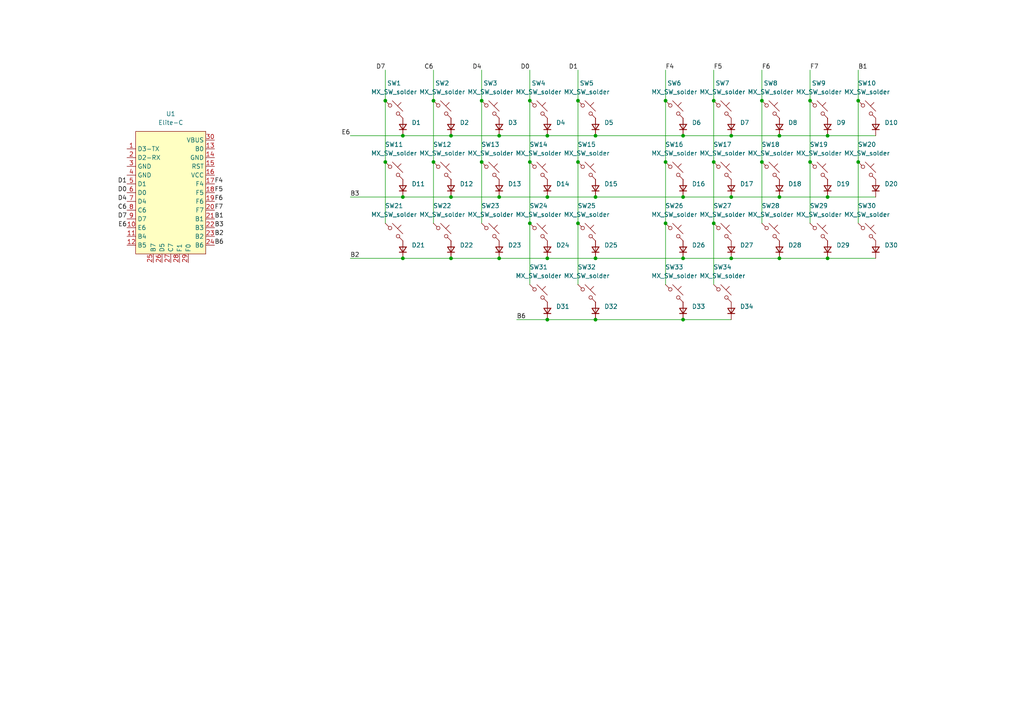
<source format=kicad_sch>
(kicad_sch (version 20231120) (generator "eeschema") (generator_version "8.0")
  (paper "A4")
  (lib_symbols
    (symbol "Device:D_Small" (pin_numbers hide) (pin_names (offset 0.254) hide)
      (property "Reference" "D" (at -1.27 2.032 0))
      (property "Value" "D_Small" (at -3.81 -2.032 0))
      (symbol "D_Small_0_1"
        (polyline (pts (xy -0.762 -1.016) (xy -0.762 1.016)) (stroke (width 0.254)))
        (polyline (pts (xy -0.762 0) (xy 0.762 0)))
        (polyline (pts (xy 0.762 -1.016) (xy -0.762 0) (xy 0.762 1.016) (xy 0.762 -1.016)) (stroke (width 0.254)))
      )
      (symbol "D_Small_1_1"
        (pin passive line (at -2.54 0 0) (length 1.778) (name "K") (number "1"))
        (pin passive line (at 2.54 0 180) (length 1.778) (name "A") (number "2"))
      )
    )
    (symbol "PCM_marbastlib-mx:MX_SW_solder" (pin_numbers hide) (pin_names (offset 1.016) hide)
      (property "Reference" "MX" (at 3.048 1.016 0))
      (property "Value" "MX_SW_solder" (at 0 -3.81 0))
      (symbol "MX_SW_solder_0_1"
        (circle (center -1.1684 1.1684) (radius 0.508))
        (polyline (pts (xy -0.508 2.54) (xy 2.54 -0.508)))
        (polyline (pts (xy 1.016 1.016) (xy 2.032 2.032)))
        (polyline (pts (xy -2.54 2.54) (xy -1.524 1.524) (xy -1.524 1.524)))
        (polyline (pts (xy 1.524 -1.524) (xy 2.54 -2.54) (xy 2.54 -2.54) (xy 2.54 -2.54)))
        (circle (center 1.143 -1.1938) (radius 0.508))
        (pin passive line (at -2.54 2.54 0) (length 0) (name "1") (number "1"))
        (pin passive line (at 2.54 -2.54 180) (length 0) (name "2") (number "2"))
      )
    )
    (symbol "PCM_marbastlib-promicroish:Elite-C" (in_bom no)
      (property "Reference" "U" (at 0 22.86 0))
      (property "Value" "Elite-C" (at 0 20.32 0))
      (symbol "Elite-C_0_0"
        (pin bidirectional line (at -12.7 13.97 0) (length 2.54) (name "D3-TX") (number "1"))
        (pin bidirectional line (at -12.7 -8.89 0) (length 2.54) (name "E6") (number "10"))
        (pin bidirectional line (at -12.7 -11.43 0) (length 2.54) (name "B4") (number "11"))
        (pin bidirectional line (at -12.7 -13.97 0) (length 2.54) (name "B5") (number "12"))
        (pin power_out line (at 12.7 11.43 180) (length 2.54) (name "GND") (number "14"))
        (pin bidirectional line (at 12.7 8.89 180) (length 2.54) (name "RST") (number "15"))
        (pin bidirectional line (at 12.7 3.81 180) (length 2.54) (name "F4") (number "17"))
        (pin bidirectional line (at 12.7 1.27 180) (length 2.54) (name "F5") (number "18"))
        (pin bidirectional line (at 12.7 -1.27 180) (length 2.54) (name "F6") (number "19"))
        (pin bidirectional line (at -12.7 11.43 0) (length 2.54) (name "D2-RX") (number "2"))
        (pin bidirectional line (at 12.7 -3.81 180) (length 2.54) (name "F7") (number "20"))
        (pin bidirectional line (at 12.7 -6.35 180) (length 2.54) (name "B1") (number "21"))
        (pin bidirectional line (at 12.7 -8.89 180) (length 2.54) (name "B3") (number "22"))
        (pin bidirectional line (at 12.7 -11.43 180) (length 2.54) (name "B2") (number "23"))
        (pin bidirectional line (at 12.7 -13.97 180) (length 2.54) (name "B6") (number "24"))
        (pin power_out line (at -12.7 8.89 0) (length 2.54) (name "GND") (number "3"))
        (pin power_out line (at -12.7 6.35 0) (length 2.54) (name "GND") (number "4"))
        (pin bidirectional line (at -12.7 3.81 0) (length 2.54) (name "D1") (number "5"))
        (pin bidirectional line (at -12.7 1.27 0) (length 2.54) (name "D0") (number "6"))
        (pin bidirectional line (at -12.7 -1.27 0) (length 2.54) (name "D4") (number "7"))
        (pin bidirectional line (at -12.7 -3.81 0) (length 2.54) (name "C6") (number "8"))
        (pin bidirectional line (at -12.7 -6.35 0) (length 2.54) (name "D7") (number "9"))
      )
      (symbol "Elite-C_1_0"
        (pin bidirectional line (at 12.7 13.97 180) (length 2.54) (name "B0") (number "13"))
        (pin power_out line (at 12.7 6.35 180) (length 2.54) (name "VCC") (number "16"))
        (pin bidirectional line (at -5.08 -19.05 90) (length 2.54) (name "B7") (number "25"))
        (pin bidirectional line (at -2.54 -19.05 90) (length 2.54) (name "D5") (number "26"))
        (pin bidirectional line (at 0 -19.05 90) (length 2.54) (name "C7") (number "27"))
        (pin bidirectional line (at 2.54 -19.05 90) (length 2.54) (name "F1") (number "28"))
        (pin bidirectional line (at 5.08 -19.05 90) (length 2.54) (name "F0") (number "29"))
        (pin power_in line (at 12.7 16.51 180) (length 2.54) (name "VBUS") (number "30"))
      )
      (symbol "Elite-C_1_1"
        (rectangle (start -10.16 19.05) (end 10.16 -16.51) (fill (type background)))
      )
    )
  )
  (junction (at 116.84 57.15))
  (junction (at 172.72 57.15))
  (junction (at 130.81 74.93))
  (junction (at 172.72 92.71))
  (junction (at 226.06 74.93))
  (junction (at 167.64 64.77))
  (junction (at 220.98 29.21))
  (junction (at 153.67 46.99))
  (junction (at 207.01 29.21))
  (junction (at 226.06 57.15))
  (junction (at 212.09 39.37))
  (junction (at 158.75 74.93))
  (junction (at 212.09 57.15))
  (junction (at 144.78 74.93))
  (junction (at 240.03 57.15))
  (junction (at 158.75 92.71))
  (junction (at 111.76 29.21))
  (junction (at 234.95 46.99))
  (junction (at 193.04 29.21))
  (junction (at 198.12 92.71))
  (junction (at 125.73 29.21))
  (junction (at 220.98 46.99))
  (junction (at 172.72 39.37))
  (junction (at 111.76 46.99))
  (junction (at 125.73 46.99))
  (junction (at 193.04 46.99))
  (junction (at 153.67 29.21))
  (junction (at 240.03 39.37))
  (junction (at 144.78 39.37))
  (junction (at 167.64 29.21))
  (junction (at 212.09 74.93))
  (junction (at 158.75 39.37))
  (junction (at 193.04 64.77))
  (junction (at 167.64 46.99))
  (junction (at 198.12 57.15))
  (junction (at 172.72 74.93))
  (junction (at 226.06 39.37))
  (junction (at 248.92 29.21))
  (junction (at 198.12 74.93))
  (junction (at 139.7 46.99))
  (junction (at 207.01 46.99))
  (junction (at 234.95 29.21))
  (junction (at 116.84 74.93))
  (junction (at 139.7 29.21))
  (junction (at 158.75 57.15))
  (junction (at 144.78 57.15))
  (junction (at 153.67 64.77))
  (junction (at 116.84 39.37))
  (junction (at 130.81 57.15))
  (junction (at 130.81 39.37))
  (junction (at 198.12 39.37))
  (junction (at 248.92 46.99))
  (junction (at 240.03 74.93))
  (junction (at 207.01 64.77))
  (wire (pts (xy 220.98 29.21) (xy 220.98 46.99)))
  (wire (pts (xy 207.01 46.99) (xy 207.01 64.77)))
  (wire (pts (xy 193.04 20.32) (xy 193.04 29.21)))
  (wire (pts (xy 167.64 64.77) (xy 167.64 82.55)))
  (wire (pts (xy 139.7 29.21) (xy 139.7 46.99)))
  (wire (pts (xy 153.67 64.77) (xy 153.67 82.55)))
  (wire (pts (xy 167.64 29.21) (xy 167.64 46.99)))
  (wire (pts (xy 226.06 57.15) (xy 240.03 57.15)))
  (wire (pts (xy 158.75 39.37) (xy 172.72 39.37)))
  (wire (pts (xy 240.03 74.93) (xy 254 74.93)))
  (wire (pts (xy 153.67 29.21) (xy 153.67 46.99)))
  (wire (pts (xy 207.01 20.32) (xy 207.01 29.21)))
  (wire (pts (xy 172.72 74.93) (xy 198.12 74.93)))
  (wire (pts (xy 149.86 92.71) (xy 158.75 92.71)))
  (wire (pts (xy 234.95 20.32) (xy 234.95 29.21)))
  (wire (pts (xy 240.03 39.37) (xy 254 39.37)))
  (wire (pts (xy 172.72 57.15) (xy 198.12 57.15)))
  (wire (pts (xy 172.72 39.37) (xy 198.12 39.37)))
  (wire (pts (xy 212.09 74.93) (xy 226.06 74.93)))
  (wire (pts (xy 139.7 20.32) (xy 139.7 29.21)))
  (wire (pts (xy 193.04 46.99) (xy 193.04 64.77)))
  (wire (pts (xy 240.03 57.15) (xy 254 57.15)))
  (wire (pts (xy 198.12 74.93) (xy 212.09 74.93)))
  (wire (pts (xy 158.75 57.15) (xy 172.72 57.15)))
  (wire (pts (xy 125.73 20.32) (xy 125.73 29.21)))
  (wire (pts (xy 139.7 46.99) (xy 139.7 64.77)))
  (wire (pts (xy 116.84 39.37) (xy 130.81 39.37)))
  (wire (pts (xy 220.98 46.99) (xy 220.98 64.77)))
  (wire (pts (xy 167.64 20.32) (xy 167.64 29.21)))
  (wire (pts (xy 144.78 57.15) (xy 158.75 57.15)))
  (wire (pts (xy 144.78 74.93) (xy 158.75 74.93)))
  (wire (pts (xy 207.01 29.21) (xy 207.01 46.99)))
  (wire (pts (xy 167.64 46.99) (xy 167.64 64.77)))
  (wire (pts (xy 193.04 29.21) (xy 193.04 46.99)))
  (wire (pts (xy 144.78 39.37) (xy 158.75 39.37)))
  (wire (pts (xy 212.09 39.37) (xy 226.06 39.37)))
  (wire (pts (xy 158.75 92.71) (xy 172.72 92.71)))
  (wire (pts (xy 116.84 57.15) (xy 130.81 57.15)))
  (wire (pts (xy 248.92 20.32) (xy 248.92 29.21)))
  (wire (pts (xy 125.73 29.21) (xy 125.73 46.99)))
  (wire (pts (xy 198.12 39.37) (xy 212.09 39.37)))
  (wire (pts (xy 226.06 74.93) (xy 240.03 74.93)))
  (wire (pts (xy 234.95 29.21) (xy 234.95 46.99)))
  (wire (pts (xy 101.6 57.15) (xy 116.84 57.15)))
  (wire (pts (xy 172.72 92.71) (xy 198.12 92.71)))
  (wire (pts (xy 130.81 39.37) (xy 144.78 39.37)))
  (wire (pts (xy 193.04 64.77) (xy 193.04 82.55)))
  (wire (pts (xy 111.76 20.32) (xy 111.76 29.21)))
  (wire (pts (xy 111.76 29.21) (xy 111.76 46.99)))
  (wire (pts (xy 226.06 39.37) (xy 240.03 39.37)))
  (wire (pts (xy 212.09 57.15) (xy 226.06 57.15)))
  (wire (pts (xy 101.6 39.37) (xy 116.84 39.37)))
  (wire (pts (xy 125.73 46.99) (xy 125.73 64.77)))
  (wire (pts (xy 198.12 57.15) (xy 212.09 57.15)))
  (wire (pts (xy 234.95 46.99) (xy 234.95 64.77)))
  (wire (pts (xy 207.01 64.77) (xy 207.01 82.55)))
  (wire (pts (xy 153.67 46.99) (xy 153.67 64.77)))
  (wire (pts (xy 198.12 92.71) (xy 212.09 92.71)))
  (wire (pts (xy 220.98 20.32) (xy 220.98 29.21)))
  (wire (pts (xy 101.6 74.93) (xy 116.84 74.93)))
  (wire (pts (xy 130.81 57.15) (xy 144.78 57.15)))
  (wire (pts (xy 116.84 74.93) (xy 130.81 74.93)))
  (wire (pts (xy 248.92 29.21) (xy 248.92 46.99)))
  (wire (pts (xy 130.81 74.93) (xy 144.78 74.93)))
  (wire (pts (xy 111.76 46.99) (xy 111.76 64.77)))
  (wire (pts (xy 248.92 46.99) (xy 248.92 64.77)))
  (wire (pts (xy 153.67 20.32) (xy 153.67 29.21)))
  (wire (pts (xy 158.75 74.93) (xy 172.72 74.93)))
  (label "F6" (at 62.23 58.42 0))
  (label "B2" (at 101.6 74.93 0))
  (label "D7" (at 36.83 63.5 180))
  (label "C6" (at 125.73 20.32 180))
  (label "F5" (at 62.23 55.88 0))
  (label "D0" (at 153.67 20.32 180))
  (label "B2" (at 62.23 68.58 0))
  (label "F6" (at 220.98 20.32 0))
  (label "D4" (at 36.83 58.42 180))
  (label "B3" (at 62.23 66.04 0))
  (label "D0" (at 36.83 55.88 180))
  (label "D1" (at 36.83 53.34 180))
  (label "E6" (at 101.6 39.37 180))
  (label "B6" (at 62.23 71.12 0))
  (label "B1" (at 62.23 63.5 0))
  (label "D4" (at 139.7 20.32 180))
  (label "F4" (at 193.04 20.32 0))
  (label "B3" (at 101.6 57.15 0))
  (label "F5" (at 207.01 20.32 0))
  (label "F7" (at 62.23 60.96 0))
  (label "B6" (at 149.86 92.71 0))
  (label "F7" (at 234.95 20.32 0))
  (label "E6" (at 36.83 66.04 180))
  (label "C6" (at 36.83 60.96 180))
  (label "D7" (at 111.76 20.32 180))
  (label "B1" (at 248.92 20.32 0))
  (label "D1" (at 167.64 20.32 180))
  (label "F4" (at 62.23 53.34 0))
  (symbol (lib_id "PCM_marbastlib-mx:MX_SW_solder") (at 142.24 67.31 0) (unit 1)
    (property "Reference" "SW23" (at 142.24 59.69 0))
    (property "Value" "MX_SW_solder" (at 142.24 62.23 0))
    (property "Footprint" "PCM_marbastlib-mx:SW_MX_1u" (effects (hide yes)))
    (property "Description" "Push button switch, normally open, two pins, 45° tilted" (effects (hide yes)))
  )
  (symbol (lib_id "PCM_marbastlib-mx:MX_SW_solder") (at 170.18 85.09 0) (unit 1)
    (property "Reference" "SW32" (at 170.18 77.47 0))
    (property "Value" "MX_SW_solder" (at 170.18 80.01 0))
    (property "Footprint" "PCM_marbastlib-mx:SW_MX_1u" (effects (hide yes)))
    (property "Description" "Push button switch, normally open, two pins, 45° tilted" (effects (hide yes)))
  )
  (symbol (lib_id "PCM_marbastlib-mx:MX_SW_solder") (at 237.49 67.31 0) (unit 1)
    (property "Reference" "SW29" (at 237.49 59.69 0))
    (property "Value" "MX_SW_solder" (at 237.49 62.23 0))
    (property "Footprint" "PCM_marbastlib-mx:SW_MX_1u" (effects (hide yes)))
    (property "Description" "Push button switch, normally open, two pins, 45° tilted" (effects (hide yes)))
  )
  (symbol (lib_id "PCM_marbastlib-mx:MX_SW_solder") (at 170.18 67.31 0) (unit 1)
    (property "Reference" "SW25" (at 170.18 59.69 0))
    (property "Value" "MX_SW_solder" (at 170.18 62.23 0))
    (property "Footprint" "PCM_marbastlib-mx:SW_MX_1u" (effects (hide yes)))
    (property "Description" "Push button switch, normally open, two pins, 45° tilted" (effects (hide yes)))
  )
  (symbol (lib_id "Device:D_Small") (at 212.09 54.61 90) (unit 1)
    (property "Reference" "D17" (at 214.63 53.3399 90) (effects (justify right)))
    (property "Value" "D_Small" (effects (hide yes)))
    (property "Footprint" "Diode_SMD:D_SOD-123" (effects (hide yes)))
    (property "Description" "Diode, small symbol" (effects (hide yes)))
    (property "Sim.Device" "D" (effects (hide yes)))
    (property "Sim.Pins" "1=K 2=A" (effects (hide yes)))
  )
  (symbol (lib_id "Device:D_Small") (at 144.78 36.83 90) (unit 1)
    (property "Reference" "D3" (at 147.32 35.5599 90) (effects (justify right)))
    (property "Value" "D_Small" (effects (hide yes)))
    (property "Footprint" "Diode_SMD:D_SOD-123" (effects (hide yes)))
    (property "Description" "Diode, small symbol" (effects (hide yes)))
    (property "Sim.Device" "D" (effects (hide yes)))
    (property "Sim.Pins" "1=K 2=A" (effects (hide yes)))
  )
  (symbol (lib_id "PCM_marbastlib-mx:MX_SW_solder") (at 251.46 49.53 0) (unit 1)
    (property "Reference" "SW20" (at 251.46 41.91 0))
    (property "Value" "MX_SW_solder" (at 251.46 44.45 0))
    (property "Footprint" "PCM_marbastlib-mx:SW_MX_1u" (effects (hide yes)))
    (property "Description" "Push button switch, normally open, two pins, 45° tilted" (effects (hide yes)))
  )
  (symbol (lib_id "PCM_marbastlib-mx:MX_SW_solder") (at 195.58 85.09 0) (unit 1)
    (property "Reference" "SW33" (at 195.58 77.47 0))
    (property "Value" "MX_SW_solder" (at 195.58 80.01 0))
    (property "Footprint" "PCM_marbastlib-mx:SW_MX_1u" (effects (hide yes)))
    (property "Description" "Push button switch, normally open, two pins, 45° tilted" (effects (hide yes)))
  )
  (symbol (lib_id "PCM_marbastlib-mx:MX_SW_solder") (at 170.18 31.75 0) (unit 1)
    (property "Reference" "SW5" (at 170.18 24.13 0))
    (property "Value" "MX_SW_solder" (at 170.18 26.67 0))
    (property "Footprint" "PCM_marbastlib-mx:SW_MX_1u" (effects (hide yes)))
    (property "Description" "Push button switch, normally open, two pins, 45° tilted" (effects (hide yes)))
  )
  (symbol (lib_id "Device:D_Small") (at 212.09 36.83 90) (unit 1)
    (property "Reference" "D7" (at 214.63 35.5599 90) (effects (justify right)))
    (property "Value" "D_Small" (effects (hide yes)))
    (property "Footprint" "Diode_SMD:D_SOD-123" (effects (hide yes)))
    (property "Description" "Diode, small symbol" (effects (hide yes)))
    (property "Sim.Device" "D" (effects (hide yes)))
    (property "Sim.Pins" "1=K 2=A" (effects (hide yes)))
  )
  (symbol (lib_id "PCM_marbastlib-mx:MX_SW_solder") (at 156.21 31.75 0) (unit 1)
    (property "Reference" "SW4" (at 156.21 24.13 0))
    (property "Value" "MX_SW_solder" (at 156.21 26.67 0))
    (property "Footprint" "PCM_marbastlib-mx:SW_MX_1u" (effects (hide yes)))
    (property "Description" "Push button switch, normally open, two pins, 45° tilted" (effects (hide yes)))
  )
  (symbol (lib_id "Device:D_Small") (at 198.12 72.39 90) (unit 1)
    (property "Reference" "D26" (at 200.66 71.1199 90) (effects (justify right)))
    (property "Value" "D_Small" (effects (hide yes)))
    (property "Footprint" "Diode_SMD:D_SOD-123" (effects (hide yes)))
    (property "Description" "Diode, small symbol" (effects (hide yes)))
    (property "Sim.Device" "D" (effects (hide yes)))
    (property "Sim.Pins" "1=K 2=A" (effects (hide yes)))
  )
  (symbol (lib_id "PCM_marbastlib-mx:MX_SW_solder") (at 128.27 31.75 0) (unit 1)
    (property "Reference" "SW2" (at 128.27 24.13 0))
    (property "Value" "MX_SW_solder" (at 128.27 26.67 0))
    (property "Footprint" "PCM_marbastlib-mx:SW_MX_1u" (effects (hide yes)))
    (property "Description" "Push button switch, normally open, two pins, 45° tilted" (effects (hide yes)))
  )
  (symbol (lib_id "Device:D_Small") (at 116.84 72.39 90) (unit 1)
    (property "Reference" "D21" (at 119.38 71.1199 90) (effects (justify right)))
    (property "Value" "D_Small" (effects (hide yes)))
    (property "Footprint" "Diode_SMD:D_SOD-123" (effects (hide yes)))
    (property "Description" "Diode, small symbol" (effects (hide yes)))
    (property "Sim.Device" "D" (effects (hide yes)))
    (property "Sim.Pins" "1=K 2=A" (effects (hide yes)))
  )
  (symbol (lib_id "Device:D_Small") (at 130.81 72.39 90) (unit 1)
    (property "Reference" "D22" (at 133.35 71.1199 90) (effects (justify right)))
    (property "Value" "D_Small" (effects (hide yes)))
    (property "Footprint" "Diode_SMD:D_SOD-123" (effects (hide yes)))
    (property "Description" "Diode, small symbol" (effects (hide yes)))
    (property "Sim.Device" "D" (effects (hide yes)))
    (property "Sim.Pins" "1=K 2=A" (effects (hide yes)))
  )
  (symbol (lib_id "Device:D_Small") (at 198.12 54.61 90) (unit 1)
    (property "Reference" "D16" (at 200.66 53.3399 90) (effects (justify right)))
    (property "Value" "D_Small" (effects (hide yes)))
    (property "Footprint" "Diode_SMD:D_SOD-123" (effects (hide yes)))
    (property "Description" "Diode, small symbol" (effects (hide yes)))
    (property "Sim.Device" "D" (effects (hide yes)))
    (property "Sim.Pins" "1=K 2=A" (effects (hide yes)))
  )
  (symbol (lib_id "PCM_marbastlib-mx:MX_SW_solder") (at 142.24 31.75 0) (unit 1)
    (property "Reference" "SW3" (at 142.24 24.13 0))
    (property "Value" "MX_SW_solder" (at 142.24 26.67 0))
    (property "Footprint" "PCM_marbastlib-mx:SW_MX_1u" (effects (hide yes)))
    (property "Description" "Push button switch, normally open, two pins, 45° tilted" (effects (hide yes)))
  )
  (symbol (lib_id "Device:D_Small") (at 144.78 72.39 90) (unit 1)
    (property "Reference" "D23" (at 147.32 71.1199 90) (effects (justify right)))
    (property "Value" "D_Small" (effects (hide yes)))
    (property "Footprint" "Diode_SMD:D_SOD-123" (effects (hide yes)))
    (property "Description" "Diode, small symbol" (effects (hide yes)))
    (property "Sim.Device" "D" (effects (hide yes)))
    (property "Sim.Pins" "1=K 2=A" (effects (hide yes)))
  )
  (symbol (lib_id "Device:D_Small") (at 158.75 54.61 90) (unit 1)
    (property "Reference" "D14" (at 161.29 53.3399 90) (effects (justify right)))
    (property "Value" "D_Small" (effects (hide yes)))
    (property "Footprint" "Diode_SMD:D_SOD-123" (effects (hide yes)))
    (property "Description" "Diode, small symbol" (effects (hide yes)))
    (property "Sim.Device" "D" (effects (hide yes)))
    (property "Sim.Pins" "1=K 2=A" (effects (hide yes)))
  )
  (symbol (lib_id "Device:D_Small") (at 212.09 72.39 90) (unit 1)
    (property "Reference" "D27" (at 214.63 71.1199 90) (effects (justify right)))
    (property "Value" "D_Small" (effects (hide yes)))
    (property "Footprint" "Diode_SMD:D_SOD-123" (effects (hide yes)))
    (property "Description" "Diode, small symbol" (effects (hide yes)))
    (property "Sim.Device" "D" (effects (hide yes)))
    (property "Sim.Pins" "1=K 2=A" (effects (hide yes)))
  )
  (symbol (lib_id "Device:D_Small") (at 198.12 90.17 90) (unit 1)
    (property "Reference" "D33" (at 200.66 88.8999 90) (effects (justify right)))
    (property "Value" "D_Small" (effects (hide yes)))
    (property "Footprint" "Diode_SMD:D_SOD-123" (effects (hide yes)))
    (property "Description" "Diode, small symbol" (effects (hide yes)))
    (property "Sim.Device" "D" (effects (hide yes)))
    (property "Sim.Pins" "1=K 2=A" (effects (hide yes)))
  )
  (symbol (lib_id "PCM_marbastlib-mx:MX_SW_solder") (at 195.58 31.75 0) (unit 1)
    (property "Reference" "SW6" (at 195.58 24.13 0))
    (property "Value" "MX_SW_solder" (at 195.58 26.67 0))
    (property "Footprint" "PCM_marbastlib-mx:SW_MX_1u" (effects (hide yes)))
    (property "Description" "Push button switch, normally open, two pins, 45° tilted" (effects (hide yes)))
  )
  (symbol (lib_id "PCM_marbastlib-mx:MX_SW_solder") (at 128.27 49.53 0) (unit 1)
    (property "Reference" "SW12" (at 128.27 41.91 0))
    (property "Value" "MX_SW_solder" (at 128.27 44.45 0))
    (property "Footprint" "PCM_marbastlib-mx:SW_MX_1u" (effects (hide yes)))
    (property "Description" "Push button switch, normally open, two pins, 45° tilted" (effects (hide yes)))
  )
  (symbol (lib_id "Device:D_Small") (at 158.75 72.39 90) (unit 1)
    (property "Reference" "D24" (at 161.29 71.1199 90) (effects (justify right)))
    (property "Value" "D_Small" (effects (hide yes)))
    (property "Footprint" "Diode_SMD:D_SOD-123" (effects (hide yes)))
    (property "Description" "Diode, small symbol" (effects (hide yes)))
    (property "Sim.Device" "D" (effects (hide yes)))
    (property "Sim.Pins" "1=K 2=A" (effects (hide yes)))
  )
  (symbol (lib_id "Device:D_Small") (at 254 36.83 90) (unit 1)
    (property "Reference" "D10" (at 256.54 35.5599 90) (effects (justify right)))
    (property "Value" "D_Small" (effects (hide yes)))
    (property "Footprint" "Diode_SMD:D_SOD-123" (effects (hide yes)))
    (property "Description" "Diode, small symbol" (effects (hide yes)))
    (property "Sim.Device" "D" (effects (hide yes)))
    (property "Sim.Pins" "1=K 2=A" (effects (hide yes)))
  )
  (symbol (lib_id "PCM_marbastlib-mx:MX_SW_solder") (at 156.21 49.53 0) (unit 1)
    (property "Reference" "SW14" (at 156.21 41.91 0))
    (property "Value" "MX_SW_solder" (at 156.21 44.45 0))
    (property "Footprint" "PCM_marbastlib-mx:SW_MX_1u" (effects (hide yes)))
    (property "Description" "Push button switch, normally open, two pins, 45° tilted" (effects (hide yes)))
  )
  (symbol (lib_id "PCM_marbastlib-promicroish:Elite-C") (at 49.53 57.15 0) (unit 1) (in_bom no)
    (property "Reference" "U1" (at 49.53 33.02 0))
    (property "Value" "Elite-C" (at 49.53 35.56 0))
    (property "Footprint" "PCM_marbastlib-xp-promicroish:Elite-C_ACH" (effects (hide yes)))
    (property "Description" "Symbol for an Elite-C" (effects (hide yes)))
  )
  (symbol (lib_id "PCM_marbastlib-mx:MX_SW_solder") (at 114.3 67.31 0) (unit 1)
    (property "Reference" "SW21" (at 114.3 59.69 0))
    (property "Value" "MX_SW_solder" (at 114.3 62.23 0))
    (property "Footprint" "PCM_marbastlib-mx:SW_MX_1u" (effects (hide yes)))
    (property "Description" "Push button switch, normally open, two pins, 45° tilted" (effects (hide yes)))
  )
  (symbol (lib_id "PCM_marbastlib-mx:MX_SW_solder") (at 195.58 49.53 0) (unit 1)
    (property "Reference" "SW16" (at 195.58 41.91 0))
    (property "Value" "MX_SW_solder" (at 195.58 44.45 0))
    (property "Footprint" "PCM_marbastlib-mx:SW_MX_1u" (effects (hide yes)))
    (property "Description" "Push button switch, normally open, two pins, 45° tilted" (effects (hide yes)))
  )
  (symbol (lib_id "Device:D_Small") (at 130.81 54.61 90) (unit 1)
    (property "Reference" "D12" (at 133.35 53.3399 90) (effects (justify right)))
    (property "Value" "D_Small" (effects (hide yes)))
    (property "Footprint" "Diode_SMD:D_SOD-123" (effects (hide yes)))
    (property "Description" "Diode, small symbol" (effects (hide yes)))
    (property "Sim.Device" "D" (effects (hide yes)))
    (property "Sim.Pins" "1=K 2=A" (effects (hide yes)))
  )
  (symbol (lib_id "Device:D_Small") (at 226.06 54.61 90) (unit 1)
    (property "Reference" "D18" (at 228.6 53.3399 90) (effects (justify right)))
    (property "Value" "D_Small" (effects (hide yes)))
    (property "Footprint" "Diode_SMD:D_SOD-123" (effects (hide yes)))
    (property "Description" "Diode, small symbol" (effects (hide yes)))
    (property "Sim.Device" "D" (effects (hide yes)))
    (property "Sim.Pins" "1=K 2=A" (effects (hide yes)))
  )
  (symbol (lib_id "PCM_marbastlib-mx:MX_SW_solder") (at 209.55 85.09 0) (unit 1)
    (property "Reference" "SW34" (at 209.55 77.47 0))
    (property "Value" "MX_SW_solder" (at 209.55 80.01 0))
    (property "Footprint" "PCM_marbastlib-mx:SW_MX_1u" (effects (hide yes)))
    (property "Description" "Push button switch, normally open, two pins, 45° tilted" (effects (hide yes)))
  )
  (symbol (lib_id "PCM_marbastlib-mx:MX_SW_solder") (at 156.21 85.09 0) (unit 1)
    (property "Reference" "SW31" (at 156.21 77.47 0))
    (property "Value" "MX_SW_solder" (at 156.21 80.01 0))
    (property "Footprint" "PCM_marbastlib-mx:SW_MX_1u" (effects (hide yes)))
    (property "Description" "Push button switch, normally open, two pins, 45° tilted" (effects (hide yes)))
  )
  (symbol (lib_id "PCM_marbastlib-mx:MX_SW_solder") (at 223.52 67.31 0) (unit 1)
    (property "Reference" "SW28" (at 223.52 59.69 0))
    (property "Value" "MX_SW_solder" (at 223.52 62.23 0))
    (property "Footprint" "PCM_marbastlib-mx:SW_MX_1u" (effects (hide yes)))
    (property "Description" "Push button switch, normally open, two pins, 45° tilted" (effects (hide yes)))
  )
  (symbol (lib_id "Device:D_Small") (at 130.81 36.83 90) (unit 1)
    (property "Reference" "D2" (at 133.35 35.5599 90) (effects (justify right)))
    (property "Value" "D_Small" (effects (hide yes)))
    (property "Footprint" "Diode_SMD:D_SOD-123" (effects (hide yes)))
    (property "Description" "Diode, small symbol" (effects (hide yes)))
    (property "Sim.Device" "D" (effects (hide yes)))
    (property "Sim.Pins" "1=K 2=A" (effects (hide yes)))
  )
  (symbol (lib_id "PCM_marbastlib-mx:MX_SW_solder") (at 209.55 67.31 0) (unit 1)
    (property "Reference" "SW27" (at 209.55 59.69 0))
    (property "Value" "MX_SW_solder" (at 209.55 62.23 0))
    (property "Footprint" "PCM_marbastlib-mx:SW_MX_1u" (effects (hide yes)))
    (property "Description" "Push button switch, normally open, two pins, 45° tilted" (effects (hide yes)))
  )
  (symbol (lib_id "Device:D_Small") (at 158.75 36.83 90) (unit 1)
    (property "Reference" "D4" (at 161.29 35.5599 90) (effects (justify right)))
    (property "Value" "D_Small" (effects (hide yes)))
    (property "Footprint" "Diode_SMD:D_SOD-123" (effects (hide yes)))
    (property "Description" "Diode, small symbol" (effects (hide yes)))
    (property "Sim.Device" "D" (effects (hide yes)))
    (property "Sim.Pins" "1=K 2=A" (effects (hide yes)))
  )
  (symbol (lib_id "PCM_marbastlib-mx:MX_SW_solder") (at 209.55 31.75 0) (unit 1)
    (property "Reference" "SW7" (at 209.55 24.13 0))
    (property "Value" "MX_SW_solder" (at 209.55 26.67 0))
    (property "Footprint" "PCM_marbastlib-mx:SW_MX_1u" (effects (hide yes)))
    (property "Description" "Push button switch, normally open, two pins, 45° tilted" (effects (hide yes)))
  )
  (symbol (lib_id "PCM_marbastlib-mx:MX_SW_solder") (at 170.18 49.53 0) (unit 1)
    (property "Reference" "SW15" (at 170.18 41.91 0))
    (property "Value" "MX_SW_solder" (at 170.18 44.45 0))
    (property "Footprint" "PCM_marbastlib-mx:SW_MX_1u" (effects (hide yes)))
    (property "Description" "Push button switch, normally open, two pins, 45° tilted" (effects (hide yes)))
  )
  (symbol (lib_id "PCM_marbastlib-mx:MX_SW_solder") (at 223.52 31.75 0) (unit 1)
    (property "Reference" "SW8" (at 223.52 24.13 0))
    (property "Value" "MX_SW_solder" (at 223.52 26.67 0))
    (property "Footprint" "PCM_marbastlib-mx:SW_MX_1u" (effects (hide yes)))
    (property "Description" "Push button switch, normally open, two pins, 45° tilted" (effects (hide yes)))
  )
  (symbol (lib_id "PCM_marbastlib-mx:MX_SW_solder") (at 195.58 67.31 0) (unit 1)
    (property "Reference" "SW26" (at 195.58 59.69 0))
    (property "Value" "MX_SW_solder" (at 195.58 62.23 0))
    (property "Footprint" "PCM_marbastlib-mx:SW_MX_1u" (effects (hide yes)))
    (property "Description" "Push button switch, normally open, two pins, 45° tilted" (effects (hide yes)))
  )
  (symbol (lib_id "PCM_marbastlib-mx:MX_SW_solder") (at 142.24 49.53 0) (unit 1)
    (property "Reference" "SW13" (at 142.24 41.91 0))
    (property "Value" "MX_SW_solder" (at 142.24 44.45 0))
    (property "Footprint" "PCM_marbastlib-mx:SW_MX_1u" (effects (hide yes)))
    (property "Description" "Push button switch, normally open, two pins, 45° tilted" (effects (hide yes)))
  )
  (symbol (lib_id "PCM_marbastlib-mx:MX_SW_solder") (at 128.27 67.31 0) (unit 1)
    (property "Reference" "SW22" (at 128.27 59.69 0))
    (property "Value" "MX_SW_solder" (at 128.27 62.23 0))
    (property "Footprint" "PCM_marbastlib-mx:SW_MX_1u" (effects (hide yes)))
    (property "Description" "Push button switch, normally open, two pins, 45° tilted" (effects (hide yes)))
  )
  (symbol (lib_id "Device:D_Small") (at 254 54.61 90) (unit 1)
    (property "Reference" "D20" (at 256.54 53.3399 90) (effects (justify right)))
    (property "Value" "D_Small" (effects (hide yes)))
    (property "Footprint" "Diode_SMD:D_SOD-123" (effects (hide yes)))
    (property "Description" "Diode, small symbol" (effects (hide yes)))
    (property "Sim.Device" "D" (effects (hide yes)))
    (property "Sim.Pins" "1=K 2=A" (effects (hide yes)))
  )
  (symbol (lib_id "Device:D_Small") (at 212.09 90.17 90) (unit 1)
    (property "Reference" "D34" (at 214.63 88.8999 90) (effects (justify right)))
    (property "Value" "D_Small" (effects (hide yes)))
    (property "Footprint" "Diode_SMD:D_SOD-123" (effects (hide yes)))
    (property "Description" "Diode, small symbol" (effects (hide yes)))
    (property "Sim.Device" "D" (effects (hide yes)))
    (property "Sim.Pins" "1=K 2=A" (effects (hide yes)))
  )
  (symbol (lib_id "Device:D_Small") (at 172.72 36.83 90) (unit 1)
    (property "Reference" "D5" (at 175.26 35.5599 90) (effects (justify right)))
    (property "Value" "D_Small" (effects (hide yes)))
    (property "Footprint" "Diode_SMD:D_SOD-123" (effects (hide yes)))
    (property "Description" "Diode, small symbol" (effects (hide yes)))
    (property "Sim.Device" "D" (effects (hide yes)))
    (property "Sim.Pins" "1=K 2=A" (effects (hide yes)))
  )
  (symbol (lib_id "Device:D_Small") (at 226.06 36.83 90) (unit 1)
    (property "Reference" "D8" (at 228.6 35.5599 90) (effects (justify right)))
    (property "Value" "D_Small" (effects (hide yes)))
    (property "Footprint" "Diode_SMD:D_SOD-123" (effects (hide yes)))
    (property "Description" "Diode, small symbol" (effects (hide yes)))
    (property "Sim.Device" "D" (effects (hide yes)))
    (property "Sim.Pins" "1=K 2=A" (effects (hide yes)))
  )
  (symbol (lib_id "PCM_marbastlib-mx:MX_SW_solder") (at 223.52 49.53 0) (unit 1)
    (property "Reference" "SW18" (at 223.52 41.91 0))
    (property "Value" "MX_SW_solder" (at 223.52 44.45 0))
    (property "Footprint" "PCM_marbastlib-mx:SW_MX_1u" (effects (hide yes)))
    (property "Description" "Push button switch, normally open, two pins, 45° tilted" (effects (hide yes)))
  )
  (symbol (lib_id "PCM_marbastlib-mx:MX_SW_solder") (at 114.3 31.75 0) (unit 1)
    (property "Reference" "SW1" (at 114.3 24.13 0))
    (property "Value" "MX_SW_solder" (at 114.3 26.67 0))
    (property "Footprint" "PCM_marbastlib-mx:SW_MX_1u" (effects (hide yes)))
    (property "Description" "Push button switch, normally open, two pins, 45° tilted" (effects (hide yes)))
  )
  (symbol (lib_id "Device:D_Small") (at 240.03 54.61 90) (unit 1)
    (property "Reference" "D19" (at 242.57 53.3399 90) (effects (justify right)))
    (property "Value" "D_Small" (effects (hide yes)))
    (property "Footprint" "Diode_SMD:D_SOD-123" (effects (hide yes)))
    (property "Description" "Diode, small symbol" (effects (hide yes)))
    (property "Sim.Device" "D" (effects (hide yes)))
    (property "Sim.Pins" "1=K 2=A" (effects (hide yes)))
  )
  (symbol (lib_id "PCM_marbastlib-mx:MX_SW_solder") (at 251.46 31.75 0) (unit 1)
    (property "Reference" "SW10" (at 251.46 24.13 0))
    (property "Value" "MX_SW_solder" (at 251.46 26.67 0))
    (property "Footprint" "PCM_marbastlib-mx:SW_MX_1u" (effects (hide yes)))
    (property "Description" "Push button switch, normally open, two pins, 45° tilted" (effects (hide yes)))
  )
  (symbol (lib_id "Device:D_Small") (at 116.84 36.83 90) (unit 1)
    (property "Reference" "D1" (at 119.38 35.5599 90) (effects (justify right)))
    (property "Value" "D_Small" (effects (hide yes)))
    (property "Footprint" "Diode_SMD:D_SOD-123" (effects (hide yes)))
    (property "Description" "Diode, small symbol" (effects (hide yes)))
    (property "Sim.Device" "D" (effects (hide yes)))
    (property "Sim.Pins" "1=K 2=A" (effects (hide yes)))
  )
  (symbol (lib_id "PCM_marbastlib-mx:MX_SW_solder") (at 237.49 31.75 0) (unit 1)
    (property "Reference" "SW9" (at 237.49 24.13 0))
    (property "Value" "MX_SW_solder" (at 237.49 26.67 0))
    (property "Footprint" "PCM_marbastlib-mx:SW_MX_1u" (effects (hide yes)))
    (property "Description" "Push button switch, normally open, two pins, 45° tilted" (effects (hide yes)))
  )
  (symbol (lib_id "Device:D_Small") (at 254 72.39 90) (unit 1)
    (property "Reference" "D30" (at 256.54 71.1199 90) (effects (justify right)))
    (property "Value" "D_Small" (effects (hide yes)))
    (property "Footprint" "Diode_SMD:D_SOD-123" (effects (hide yes)))
    (property "Description" "Diode, small symbol" (effects (hide yes)))
    (property "Sim.Device" "D" (effects (hide yes)))
    (property "Sim.Pins" "1=K 2=A" (effects (hide yes)))
  )
  (symbol (lib_id "PCM_marbastlib-mx:MX_SW_solder") (at 209.55 49.53 0) (unit 1)
    (property "Reference" "SW17" (at 209.55 41.91 0))
    (property "Value" "MX_SW_solder" (at 209.55 44.45 0))
    (property "Footprint" "PCM_marbastlib-mx:SW_MX_1u" (effects (hide yes)))
    (property "Description" "Push button switch, normally open, two pins, 45° tilted" (effects (hide yes)))
  )
  (symbol (lib_id "Device:D_Small") (at 172.72 54.61 90) (unit 1)
    (property "Reference" "D15" (at 175.26 53.3399 90) (effects (justify right)))
    (property "Value" "D_Small" (effects (hide yes)))
    (property "Footprint" "Diode_SMD:D_SOD-123" (effects (hide yes)))
    (property "Description" "Diode, small symbol" (effects (hide yes)))
    (property "Sim.Device" "D" (effects (hide yes)))
    (property "Sim.Pins" "1=K 2=A" (effects (hide yes)))
  )
  (symbol (lib_id "Device:D_Small") (at 240.03 72.39 90) (unit 1)
    (property "Reference" "D29" (at 242.57 71.1199 90) (effects (justify right)))
    (property "Value" "D_Small" (effects (hide yes)))
    (property "Footprint" "Diode_SMD:D_SOD-123" (effects (hide yes)))
    (property "Description" "Diode, small symbol" (effects (hide yes)))
    (property "Sim.Device" "D" (effects (hide yes)))
    (property "Sim.Pins" "1=K 2=A" (effects (hide yes)))
  )
  (symbol (lib_id "PCM_marbastlib-mx:MX_SW_solder") (at 114.3 49.53 0) (unit 1)
    (property "Reference" "SW11" (at 114.3 41.91 0))
    (property "Value" "MX_SW_solder" (at 114.3 44.45 0))
    (property "Footprint" "PCM_marbastlib-mx:SW_MX_1u" (effects (hide yes)))
    (property "Description" "Push button switch, normally open, two pins, 45° tilted" (effects (hide yes)))
  )
  (symbol (lib_id "PCM_marbastlib-mx:MX_SW_solder") (at 251.46 67.31 0) (unit 1)
    (property "Reference" "SW30" (at 251.46 59.69 0))
    (property "Value" "MX_SW_solder" (at 251.46 62.23 0))
    (property "Footprint" "PCM_marbastlib-mx:SW_MX_1u" (effects (hide yes)))
    (property "Description" "Push button switch, normally open, two pins, 45° tilted" (effects (hide yes)))
  )
  (symbol (lib_id "PCM_marbastlib-mx:MX_SW_solder") (at 237.49 49.53 0) (unit 1)
    (property "Reference" "SW19" (at 237.49 41.91 0))
    (property "Value" "MX_SW_solder" (at 237.49 44.45 0))
    (property "Footprint" "PCM_marbastlib-mx:SW_MX_1u" (effects (hide yes)))
    (property "Description" "Push button switch, normally open, two pins, 45° tilted" (effects (hide yes)))
  )
  (symbol (lib_id "PCM_marbastlib-mx:MX_SW_solder") (at 156.21 67.31 0) (unit 1)
    (property "Reference" "SW24" (at 156.21 59.69 0))
    (property "Value" "MX_SW_solder" (at 156.21 62.23 0))
    (property "Footprint" "PCM_marbastlib-mx:SW_MX_1u" (effects (hide yes)))
    (property "Description" "Push button switch, normally open, two pins, 45° tilted" (effects (hide yes)))
  )
  (symbol (lib_id "Device:D_Small") (at 172.72 90.17 90) (unit 1)
    (property "Reference" "D32" (at 175.26 88.8999 90) (effects (justify right)))
    (property "Value" "D_Small" (effects (hide yes)))
    (property "Footprint" "Diode_SMD:D_SOD-123" (effects (hide yes)))
    (property "Description" "Diode, small symbol" (effects (hide yes)))
    (property "Sim.Device" "D" (effects (hide yes)))
    (property "Sim.Pins" "1=K 2=A" (effects (hide yes)))
  )
  (symbol (lib_id "Device:D_Small") (at 144.78 54.61 90) (unit 1)
    (property "Reference" "D13" (at 147.32 53.3399 90) (effects (justify right)))
    (property "Value" "D_Small" (effects (hide yes)))
    (property "Footprint" "Diode_SMD:D_SOD-123" (effects (hide yes)))
    (property "Description" "Diode, small symbol" (effects (hide yes)))
    (property "Sim.Device" "D" (effects (hide yes)))
    (property "Sim.Pins" "1=K 2=A" (effects (hide yes)))
  )
  (symbol (lib_id "Device:D_Small") (at 198.12 36.83 90) (unit 1)
    (property "Reference" "D6" (at 200.66 35.5599 90) (effects (justify right)))
    (property "Value" "D_Small" (effects (hide yes)))
    (property "Footprint" "Diode_SMD:D_SOD-123" (effects (hide yes)))
    (property "Description" "Diode, small symbol" (effects (hide yes)))
    (property "Sim.Device" "D" (effects (hide yes)))
    (property "Sim.Pins" "1=K 2=A" (effects (hide yes)))
  )
  (symbol (lib_id "Device:D_Small") (at 116.84 54.61 90) (unit 1)
    (property "Reference" "D11" (at 119.38 53.3399 90) (effects (justify right)))
    (property "Value" "D_Small" (effects (hide yes)))
    (property "Footprint" "Diode_SMD:D_SOD-123" (effects (hide yes)))
    (property "Description" "Diode, small symbol" (effects (hide yes)))
    (property "Sim.Device" "D" (effects (hide yes)))
    (property "Sim.Pins" "1=K 2=A" (effects (hide yes)))
  )
  (symbol (lib_id "Device:D_Small") (at 226.06 72.39 90) (unit 1)
    (property "Reference" "D28" (at 228.6 71.1199 90) (effects (justify right)))
    (property "Value" "D_Small" (effects (hide yes)))
    (property "Footprint" "Diode_SMD:D_SOD-123" (effects (hide yes)))
    (property "Description" "Diode, small symbol" (effects (hide yes)))
    (property "Sim.Device" "D" (effects (hide yes)))
    (property "Sim.Pins" "1=K 2=A" (effects (hide yes)))
  )
  (symbol (lib_id "Device:D_Small") (at 172.72 72.39 90) (unit 1)
    (property "Reference" "D25" (at 175.26 71.1199 90) (effects (justify right)))
    (property "Value" "D_Small" (effects (hide yes)))
    (property "Footprint" "Diode_SMD:D_SOD-123" (effects (hide yes)))
    (property "Description" "Diode, small symbol" (effects (hide yes)))
    (property "Sim.Device" "D" (effects (hide yes)))
    (property "Sim.Pins" "1=K 2=A" (effects (hide yes)))
  )
  (symbol (lib_id "Device:D_Small") (at 240.03 36.83 90) (unit 1)
    (property "Reference" "D9" (at 242.57 35.5599 90) (effects (justify right)))
    (property "Value" "D_Small" (effects (hide yes)))
    (property "Footprint" "Diode_SMD:D_SOD-123" (effects (hide yes)))
    (property "Description" "Diode, small symbol" (effects (hide yes)))
    (property "Sim.Device" "D" (effects (hide yes)))
    (property "Sim.Pins" "1=K 2=A" (effects (hide yes)))
  )
  (symbol (lib_id "Device:D_Small") (at 158.75 90.17 90) (unit 1)
    (property "Reference" "D31" (at 161.29 88.8999 90) (effects (justify right)))
    (property "Value" "D_Small" (effects (hide yes)))
    (property "Footprint" "Diode_SMD:D_SOD-123" (effects (hide yes)))
    (property "Description" "Diode, small symbol" (effects (hide yes)))
    (property "Sim.Device" "D" (effects (hide yes)))
    (property "Sim.Pins" "1=K 2=A" (effects (hide yes)))
  )
)
</source>
